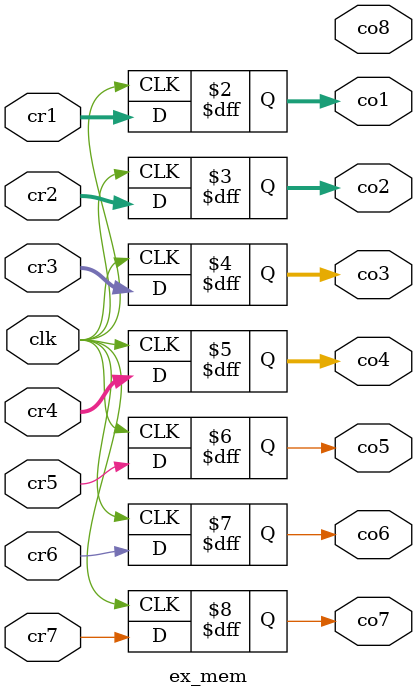
<source format=v>
module ex_mem(
    input [31:0]cr1,cr2,cr3,
    input [4:0]cr4,
    input cr5,cr6,cr7,
    input clk,
    output reg [31:0]co1,co2,co3,
    output reg [4:0]co4,
    output reg co5,co6,co7,co8
);
    always @(posedge clk) begin
        co1 <= cr1;
        co2 <= cr2;
        co3 <= cr3;
        co4 <= cr4;
        co5 <= cr5;
        co6 <= cr6;
        co7 <= cr7;
    end
endmodule
</source>
